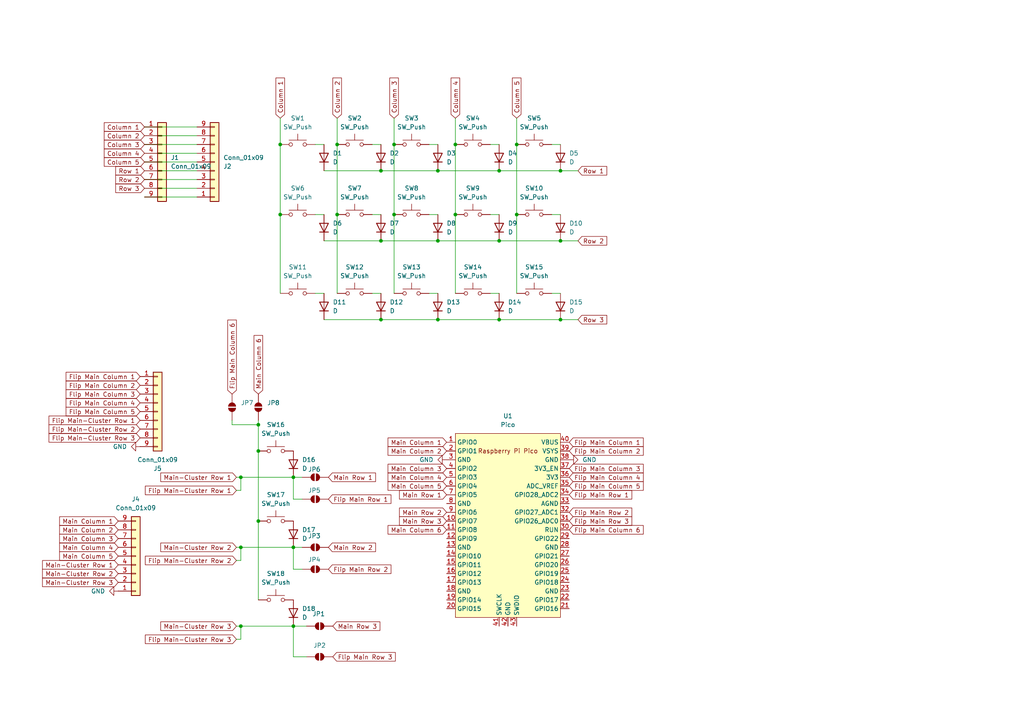
<source format=kicad_sch>
(kicad_sch (version 20231120) (generator "eeschema") (generator_version "8.0")
  (paper "A4")
  (title_block (title "Modulus") (date "2025-03-09") (rev "v1.0"))
  (lib_symbols
    (symbol "Connector_Generic:Conn_01x09" (pin_names (offset 1.016) hide)
      (property "Reference" "J" (at 0 12.7 0))
      (property "Value" "Conn_01x09" (at 0 -12.7 0))
      (symbol "Conn_01x09_1_1"
        (rectangle (start -1.27 -10.033) (end 0 -10.287) (stroke (width 0.1524)))
        (rectangle (start -1.27 -7.493) (end 0 -7.747) (stroke (width 0.1524)))
        (rectangle (start -1.27 -4.953) (end 0 -5.207) (stroke (width 0.1524)))
        (rectangle (start -1.27 -2.413) (end 0 -2.667) (stroke (width 0.1524)))
        (rectangle (start -1.27 0.127) (end 0 -0.127) (stroke (width 0.1524)))
        (rectangle (start -1.27 2.667) (end 0 2.413) (stroke (width 0.1524)))
        (rectangle (start -1.27 5.207) (end 0 4.953) (stroke (width 0.1524)))
        (rectangle (start -1.27 7.747) (end 0 7.493) (stroke (width 0.1524)))
        (rectangle (start -1.27 10.287) (end 0 10.033) (stroke (width 0.1524)))
        (rectangle (start -1.27 11.43) (end 1.27 -11.43) (stroke (width 0.254)) (fill (type background)))
        (pin passive line (at -5.08 10.16 0) (length 3.81) (name "Pin_1") (number "1"))
        (pin passive line (at -5.08 7.62 0) (length 3.81) (name "Pin_2") (number "2"))
        (pin passive line (at -5.08 5.08 0) (length 3.81) (name "Pin_3") (number "3"))
        (pin passive line (at -5.08 2.54 0) (length 3.81) (name "Pin_4") (number "4"))
        (pin passive line (at -5.08 0 0) (length 3.81) (name "Pin_5") (number "5"))
        (pin passive line (at -5.08 -2.54 0) (length 3.81) (name "Pin_6") (number "6"))
        (pin passive line (at -5.08 -5.08 0) (length 3.81) (name "Pin_7") (number "7"))
        (pin passive line (at -5.08 -7.62 0) (length 3.81) (name "Pin_8") (number "8"))
        (pin passive line (at -5.08 -10.16 0) (length 3.81) (name "Pin_9") (number "9"))
      )
    )
    (symbol "Device:D" (pin_numbers hide) (pin_names (offset 1.016) hide)
      (property "Reference" "D" (at 0 2.54 0))
      (property "Value" "D" (at 0 -2.54 0))
      (symbol "D_0_1"
        (polyline (pts (xy -1.27 1.27) (xy -1.27 -1.27)) (stroke (width 0.254)))
        (polyline (pts (xy 1.27 0) (xy -1.27 0)))
        (polyline (pts (xy 1.27 1.27) (xy 1.27 -1.27) (xy -1.27 0) (xy 1.27 1.27)) (stroke (width 0.254)))
      )
      (symbol "D_1_1"
        (pin passive line (at -3.81 0 0) (length 2.54) (name "K") (number "1"))
        (pin passive line (at 3.81 0 180) (length 2.54) (name "A") (number "2"))
      )
    )
    (symbol "Jumper:SolderJumper_2_Open" (pin_numbers hide) (pin_names (offset 0) hide) (exclude_from_sim yes) (in_bom no)
      (property "Reference" "JP" (at 0 2.032 0))
      (property "Value" "SolderJumper_2_Open" (at 0 -2.54 0))
      (symbol "SolderJumper_2_Open_0_1"
        (arc (start -0.254 1.016) (mid -1.2656 0) (end -0.254 -1.016))
        (arc (start -0.254 1.016) (mid -1.2656 0) (end -0.254 -1.016) (fill (type outline)))
        (polyline (pts (xy -0.254 1.016) (xy -0.254 -1.016)))
        (polyline (pts (xy 0.254 1.016) (xy 0.254 -1.016)))
        (arc (start 0.254 -1.016) (mid 1.2656 0) (end 0.254 1.016))
        (arc (start 0.254 -1.016) (mid 1.2656 0) (end 0.254 1.016) (fill (type outline)))
      )
      (symbol "SolderJumper_2_Open_1_1"
        (pin passive line (at -3.81 0 0) (length 2.54) (name "A") (number "1"))
        (pin passive line (at 3.81 0 180) (length 2.54) (name "B") (number "2"))
      )
    )
    (symbol "RaspberryPiPico:Pico"
      (property "Reference" "U" (at -13.97 27.94 0))
      (property "Value" "Pico" (at 0 19.05 0))
      (symbol "Pico_0_0"
        (text "Raspberry Pi Pico" (at 0 21.59 0) (effects (font (size 1.27 1.27))))
      )
      (symbol "Pico_0_1"
        (rectangle (start -15.24 26.67) (end 15.24 -26.67) (fill (type background)))
      )
      (symbol "Pico_1_1"
        (pin bidirectional line (at -17.78 24.13 0) (length 2.54) (name "GPIO0") (number "1"))
        (pin bidirectional line (at -17.78 1.27 0) (length 2.54) (name "GPIO7") (number "10"))
        (pin bidirectional line (at -17.78 -1.27 0) (length 2.54) (name "GPIO8") (number "11"))
        (pin bidirectional line (at -17.78 -3.81 0) (length 2.54) (name "GPIO9") (number "12"))
        (pin power_in line (at -17.78 -6.35 0) (length 2.54) (name "GND") (number "13"))
        (pin bidirectional line (at -17.78 -8.89 0) (length 2.54) (name "GPIO10") (number "14"))
        (pin bidirectional line (at -17.78 -11.43 0) (length 2.54) (name "GPIO11") (number "15"))
        (pin bidirectional line (at -17.78 -13.97 0) (length 2.54) (name "GPIO12") (number "16"))
        (pin bidirectional line (at -17.78 -16.51 0) (length 2.54) (name "GPIO13") (number "17"))
        (pin power_in line (at -17.78 -19.05 0) (length 2.54) (name "GND") (number "18"))
        (pin bidirectional line (at -17.78 -21.59 0) (length 2.54) (name "GPIO14") (number "19"))
        (pin bidirectional line (at -17.78 21.59 0) (length 2.54) (name "GPIO1") (number "2"))
        (pin bidirectional line (at -17.78 -24.13 0) (length 2.54) (name "GPIO15") (number "20"))
        (pin bidirectional line (at 17.78 -24.13 180) (length 2.54) (name "GPIO16") (number "21"))
        (pin bidirectional line (at 17.78 -21.59 180) (length 2.54) (name "GPIO17") (number "22"))
        (pin power_in line (at 17.78 -19.05 180) (length 2.54) (name "GND") (number "23"))
        (pin bidirectional line (at 17.78 -16.51 180) (length 2.54) (name "GPIO18") (number "24"))
        (pin bidirectional line (at 17.78 -13.97 180) (length 2.54) (name "GPIO19") (number "25"))
        (pin bidirectional line (at 17.78 -11.43 180) (length 2.54) (name "GPIO20") (number "26"))
        (pin bidirectional line (at 17.78 -8.89 180) (length 2.54) (name "GPIO21") (number "27"))
        (pin power_in line (at 17.78 -6.35 180) (length 2.54) (name "GND") (number "28"))
        (pin bidirectional line (at 17.78 -3.81 180) (length 2.54) (name "GPIO22") (number "29"))
        (pin power_in line (at -17.78 19.05 0) (length 2.54) (name "GND") (number "3"))
        (pin input line (at 17.78 -1.27 180) (length 2.54) (name "RUN") (number "30"))
        (pin bidirectional line (at 17.78 1.27 180) (length 2.54) (name "GPIO26_ADC0") (number "31"))
        (pin bidirectional line (at 17.78 3.81 180) (length 2.54) (name "GPIO27_ADC1") (number "32"))
        (pin power_in line (at 17.78 6.35 180) (length 2.54) (name "AGND") (number "33"))
        (pin bidirectional line (at 17.78 8.89 180) (length 2.54) (name "GPIO28_ADC2") (number "34"))
        (pin power_in line (at 17.78 11.43 180) (length 2.54) (name "ADC_VREF") (number "35"))
        (pin power_in line (at 17.78 13.97 180) (length 2.54) (name "3V3") (number "36"))
        (pin input line (at 17.78 16.51 180) (length 2.54) (name "3V3_EN") (number "37"))
        (pin bidirectional line (at 17.78 19.05 180) (length 2.54) (name "GND") (number "38"))
        (pin power_in line (at 17.78 21.59 180) (length 2.54) (name "VSYS") (number "39"))
        (pin bidirectional line (at -17.78 16.51 0) (length 2.54) (name "GPIO2") (number "4"))
        (pin power_in line (at 17.78 24.13 180) (length 2.54) (name "VBUS") (number "40"))
        (pin input line (at -2.54 -29.21 90) (length 2.54) (name "SWCLK") (number "41"))
        (pin power_in line (at 0 -29.21 90) (length 2.54) (name "GND") (number "42"))
        (pin bidirectional line (at 2.54 -29.21 90) (length 2.54) (name "SWDIO") (number "43"))
        (pin bidirectional line (at -17.78 13.97 0) (length 2.54) (name "GPIO3") (number "5"))
        (pin bidirectional line (at -17.78 11.43 0) (length 2.54) (name "GPIO4") (number "6"))
        (pin bidirectional line (at -17.78 8.89 0) (length 2.54) (name "GPIO5") (number "7"))
        (pin power_in line (at -17.78 6.35 0) (length 2.54) (name "GND") (number "8"))
        (pin bidirectional line (at -17.78 3.81 0) (length 2.54) (name "GPIO6") (number "9"))
      )
    )
    (symbol "Switch:SW_Push" (pin_numbers hide) (pin_names (offset 1.016) hide)
      (property "Reference" "SW" (at 1.27 2.54 0))
      (property "Value" "SW_Push" (at 0 -1.524 0))
      (symbol "SW_Push_0_1"
        (circle (center -2.032 0) (radius 0.508))
        (polyline (pts (xy 0 1.27) (xy 0 3.048)))
        (polyline (pts (xy 2.54 1.27) (xy -2.54 1.27)))
        (circle (center 2.032 0) (radius 0.508))
        (pin passive line (at -5.08 0 0) (length 2.54) (name "1") (number "1"))
        (pin passive line (at 5.08 0 180) (length 2.54) (name "2") (number "2"))
      )
    )
    (symbol "power:GND" (power) (pin_numbers hide) (pin_names (offset 0) hide)
      (property "Value" "GND" (at 0 -3.81 0))
      (symbol "GND_0_1"
        (polyline (pts (xy 0 0) (xy 0 -1.27) (xy 1.27 -1.27) (xy 0 -2.54) (xy -1.27 -1.27) (xy 0 -1.27)))
      )
      (symbol "GND_1_1"
        (pin power_in line (at 0 0 270) (length 0) (name "~") (number "1"))
      )
    )
  )
  (junction (at 97.79 41.91))
  (junction (at 110.49 69.85))
  (junction (at 149.86 41.91))
  (junction (at 162.56 49.53))
  (junction (at 81.28 62.23))
  (junction (at 110.49 49.53))
  (junction (at 69.85 181.61))
  (junction (at 132.08 62.23))
  (junction (at 114.3 62.23))
  (junction (at 132.08 41.91))
  (junction (at 69.85 138.43))
  (junction (at 144.78 92.71))
  (junction (at 127 49.53))
  (junction (at 114.3 41.91))
  (junction (at 85.09 181.61))
  (junction (at 127 69.85))
  (junction (at 162.56 69.85))
  (junction (at 110.49 92.71))
  (junction (at 85.09 158.75))
  (junction (at 74.93 130.81))
  (junction (at 81.28 41.91))
  (junction (at 74.93 151.13))
  (junction (at 74.93 123.19))
  (junction (at 162.56 92.71))
  (junction (at 144.78 69.85))
  (junction (at 144.78 49.53))
  (junction (at 127 92.71))
  (junction (at 149.86 62.23))
  (junction (at 69.85 158.75))
  (junction (at 85.09 138.43))
  (junction (at 97.79 62.23))
  (wire (pts (xy 144.78 92.71) (xy 162.56 92.71)))
  (wire (pts (xy 160.02 85.09) (xy 162.56 85.09)))
  (wire (pts (xy 149.86 41.91) (xy 149.86 62.23)))
  (wire (pts (xy 97.79 62.23) (xy 97.79 85.09)))
  (wire (pts (xy 85.09 144.78) (xy 87.63 144.78)))
  (wire (pts (xy 85.09 181.61) (xy 88.9 181.61)))
  (wire (pts (xy 93.98 69.85) (xy 110.49 69.85)))
  (wire (pts (xy 124.46 41.91) (xy 127 41.91)))
  (wire (pts (xy 69.85 158.75) (xy 85.09 158.75)))
  (wire (pts (xy 110.49 69.85) (xy 127 69.85)))
  (wire (pts (xy 85.09 165.1) (xy 87.63 165.1)))
  (wire (pts (xy 97.79 34.29) (xy 97.79 41.91)))
  (wire (pts (xy 67.31 121.92) (xy 67.31 123.19)))
  (wire (pts (xy 69.85 138.43) (xy 85.09 138.43)))
  (wire (pts (xy 124.46 62.23) (xy 127 62.23)))
  (wire (pts (xy 114.3 62.23) (xy 114.3 85.09)))
  (wire (pts (xy 142.24 62.23) (xy 144.78 62.23)))
  (wire (pts (xy 85.09 181.61) (xy 85.09 190.5)))
  (wire (pts (xy 127 92.71) (xy 144.78 92.71)))
  (wire (pts (xy 149.86 62.23) (xy 149.86 85.09)))
  (wire (pts (xy 114.3 34.29) (xy 114.3 41.91)))
  (wire (pts (xy 107.95 62.23) (xy 110.49 62.23)))
  (wire (pts (xy 107.95 85.09) (xy 110.49 85.09)))
  (wire (pts (xy 110.49 92.71) (xy 127 92.71)))
  (wire (pts (xy 160.02 62.23) (xy 162.56 62.23)))
  (wire (pts (xy 41.91 52.07) (xy 57.15 52.07)))
  (wire (pts (xy 107.95 41.91) (xy 110.49 41.91)))
  (wire (pts (xy 81.28 62.23) (xy 81.28 85.09)))
  (wire (pts (xy 85.09 190.5) (xy 88.9 190.5)))
  (wire (pts (xy 74.93 130.81) (xy 74.93 151.13)))
  (wire (pts (xy 160.02 41.91) (xy 162.56 41.91)))
  (wire (pts (xy 114.3 41.91) (xy 114.3 62.23)))
  (wire (pts (xy 132.08 62.23) (xy 132.08 85.09)))
  (wire (pts (xy 162.56 92.71) (xy 167.64 92.71)))
  (wire (pts (xy 144.78 69.85) (xy 162.56 69.85)))
  (wire (pts (xy 132.08 34.29) (xy 132.08 41.91)))
  (wire (pts (xy 127 49.53) (xy 144.78 49.53)))
  (wire (pts (xy 41.91 49.53) (xy 57.15 49.53)))
  (wire (pts (xy 74.93 151.13) (xy 74.93 173.99)))
  (wire (pts (xy 93.98 92.71) (xy 110.49 92.71)))
  (wire (pts (xy 41.91 36.83) (xy 57.15 36.83)))
  (wire (pts (xy 149.86 34.29) (xy 149.86 41.91)))
  (wire (pts (xy 41.91 54.61) (xy 57.15 54.61)))
  (wire (pts (xy 68.58 158.75) (xy 69.85 158.75)))
  (wire (pts (xy 74.93 123.19) (xy 74.93 130.81)))
  (wire (pts (xy 41.91 39.37) (xy 57.15 39.37)))
  (wire (pts (xy 68.58 138.43) (xy 69.85 138.43)))
  (wire (pts (xy 85.09 138.43) (xy 85.09 144.78)))
  (wire (pts (xy 81.28 34.29) (xy 81.28 41.91)))
  (wire (pts (xy 124.46 85.09) (xy 127 85.09)))
  (wire (pts (xy 142.24 41.91) (xy 144.78 41.91)))
  (wire (pts (xy 85.09 138.43) (xy 87.63 138.43)))
  (wire (pts (xy 132.08 41.91) (xy 132.08 62.23)))
  (wire (pts (xy 68.58 181.61) (xy 69.85 181.61)))
  (wire (pts (xy 93.98 49.53) (xy 110.49 49.53)))
  (wire (pts (xy 69.85 181.61) (xy 85.09 181.61)))
  (wire (pts (xy 91.44 41.91) (xy 93.98 41.91)))
  (wire (pts (xy 162.56 69.85) (xy 167.64 69.85)))
  (wire (pts (xy 68.58 142.24) (xy 69.85 142.24)))
  (wire (pts (xy 85.09 158.75) (xy 85.09 165.1)))
  (wire (pts (xy 127 69.85) (xy 144.78 69.85)))
  (wire (pts (xy 81.28 41.91) (xy 81.28 62.23)))
  (wire (pts (xy 142.24 85.09) (xy 144.78 85.09)))
  (wire (pts (xy 41.91 46.99) (xy 57.15 46.99)))
  (wire (pts (xy 74.93 121.92) (xy 74.93 123.19)))
  (wire (pts (xy 69.85 185.42) (xy 68.58 185.42)))
  (wire (pts (xy 41.91 57.15) (xy 57.15 57.15)))
  (wire (pts (xy 144.78 49.53) (xy 162.56 49.53)))
  (wire (pts (xy 110.49 49.53) (xy 127 49.53)))
  (wire (pts (xy 97.79 41.91) (xy 97.79 62.23)))
  (wire (pts (xy 69.85 138.43) (xy 69.85 142.24)))
  (wire (pts (xy 69.85 181.61) (xy 69.85 185.42)))
  (wire (pts (xy 41.91 41.91) (xy 57.15 41.91)))
  (wire (pts (xy 67.31 123.19) (xy 74.93 123.19)))
  (wire (pts (xy 85.09 158.75) (xy 87.63 158.75)))
  (wire (pts (xy 68.58 162.56) (xy 69.85 162.56)))
  (wire (pts (xy 69.85 158.75) (xy 69.85 162.56)))
  (wire (pts (xy 91.44 62.23) (xy 93.98 62.23)))
  (wire (pts (xy 162.56 49.53) (xy 167.64 49.53)))
  (wire (pts (xy 41.91 44.45) (xy 57.15 44.45)))
  (wire (pts (xy 91.44 85.09) (xy 93.98 85.09)))
  (global_label "Row 2" (shape input) (at 167.64 69.85 0) (property "Intersheetrefs" "${INTERSHEET_REFS}" (effects (hide yes))))
  (global_label "Flip Main Column 4" (shape input) (at 40.64 116.84 180) (property "Intersheetrefs" "${INTERSHEET_REFS}" (effects (hide yes))))
  (global_label "Main-Cluster Row 2" (shape input) (at 34.29 166.37 180) (property "Intersheetrefs" "${INTERSHEET_REFS}" (effects (hide yes))))
  (global_label "Main Column 4" (shape input) (at 34.29 158.75 180) (property "Intersheetrefs" "${INTERSHEET_REFS}" (effects (hide yes))))
  (global_label "Flip Main Column 3" (shape input) (at 165.1 135.89 0) (property "Intersheetrefs" "${INTERSHEET_REFS}" (effects (hide yes))))
  (global_label "Row 2" (shape input) (at 41.91 52.07 180) (property "Intersheetrefs" "${INTERSHEET_REFS}" (effects (hide yes))))
  (global_label "Flip Main Row 3" (shape input) (at 96.52 190.5 0) (property "Intersheetrefs" "${INTERSHEET_REFS}" (effects (hide yes))))
  (global_label "Main Row 2" (shape input) (at 95.25 158.75 0) (property "Intersheetrefs" "${INTERSHEET_REFS}" (effects (hide yes))))
  (global_label "Flip Main Column 5" (shape input) (at 40.64 119.38 180) (property "Intersheetrefs" "${INTERSHEET_REFS}" (effects (hide yes))))
  (global_label "Flip Main-Cluster Row 2" (shape input) (at 68.58 162.56 180) (property "Intersheetrefs" "${INTERSHEET_REFS}" (effects (hide yes))))
  (global_label "Flip Main Column 6" (shape input) (at 67.31 114.3 90) (property "Intersheetrefs" "${INTERSHEET_REFS}" (effects (hide yes))))
  (global_label "Flip Main Column 5" (shape input) (at 165.1 140.97 0) (property "Intersheetrefs" "${INTERSHEET_REFS}" (effects (hide yes))))
  (global_label "Main Column 6" (shape input) (at 129.54 153.67 180) (property "Intersheetrefs" "${INTERSHEET_REFS}" (effects (hide yes))))
  (global_label "Flip Main Row 3" (shape input) (at 165.1 151.13 0) (property "Intersheetrefs" "${INTERSHEET_REFS}" (effects (hide yes))))
  (global_label "Main Column 5" (shape input) (at 129.54 140.97 180) (property "Intersheetrefs" "${INTERSHEET_REFS}" (effects (hide yes))))
  (global_label "Main Column 2" (shape input) (at 34.29 153.67 180) (property "Intersheetrefs" "${INTERSHEET_REFS}" (effects (hide yes))))
  (global_label "Column 1" (shape input) (at 41.91 36.83 180) (property "Intersheetrefs" "${INTERSHEET_REFS}" (effects (hide yes))))
  (global_label "Row 1" (shape input) (at 167.64 49.53 0) (property "Intersheetrefs" "${INTERSHEET_REFS}" (effects (hide yes))))
  (global_label "Main Column 1" (shape input) (at 34.29 151.13 180) (property "Intersheetrefs" "${INTERSHEET_REFS}" (effects (hide yes))))
  (global_label "Main-Cluster Row 1" (shape input) (at 68.58 138.43 180) (property "Intersheetrefs" "${INTERSHEET_REFS}" (effects (hide yes))))
  (global_label "Column 5" (shape input) (at 149.86 34.29 90) (property "Intersheetrefs" "${INTERSHEET_REFS}" (effects (hide yes))))
  (global_label "Main Row 1" (shape input) (at 129.54 143.51 180) (property "Intersheetrefs" "${INTERSHEET_REFS}" (effects (hide yes))))
  (global_label "Column 4" (shape input) (at 132.08 34.29 90) (property "Intersheetrefs" "${INTERSHEET_REFS}" (effects (hide yes))))
  (global_label "Flip Main Column 6" (shape input) (at 165.1 153.67 0) (property "Intersheetrefs" "${INTERSHEET_REFS}" (effects (hide yes))))
  (global_label "Flip Main Row 2" (shape input) (at 165.1 148.59 0) (property "Intersheetrefs" "${INTERSHEET_REFS}" (effects (hide yes))))
  (global_label "Flip Main Column 2" (shape input) (at 165.1 130.81 0) (property "Intersheetrefs" "${INTERSHEET_REFS}" (effects (hide yes))))
  (global_label "Row 3" (shape input) (at 41.91 54.61 180) (property "Intersheetrefs" "${INTERSHEET_REFS}" (effects (hide yes))))
  (global_label "Main Column 5" (shape input) (at 34.29 161.29 180) (property "Intersheetrefs" "${INTERSHEET_REFS}" (effects (hide yes))))
  (global_label "Column 5" (shape input) (at 41.91 46.99 180) (property "Intersheetrefs" "${INTERSHEET_REFS}" (effects (hide yes))))
  (global_label "Main Column 3" (shape input) (at 34.29 156.21 180) (property "Intersheetrefs" "${INTERSHEET_REFS}" (effects (hide yes))))
  (global_label "Flip Main Column 3" (shape input) (at 40.64 114.3 180) (property "Intersheetrefs" "${INTERSHEET_REFS}" (effects (hide yes))))
  (global_label "Main Column 6" (shape input) (at 74.93 114.3 90) (property "Intersheetrefs" "${INTERSHEET_REFS}" (effects (hide yes))))
  (global_label "Flip Main-Cluster Row 1" (shape input) (at 68.58 142.24 180) (property "Intersheetrefs" "${INTERSHEET_REFS}" (effects (hide yes))))
  (global_label "Flip Main Row 2" (shape input) (at 95.25 165.1 0) (property "Intersheetrefs" "${INTERSHEET_REFS}" (effects (hide yes))))
  (global_label "Flip Main Column 1" (shape input) (at 40.64 109.22 180) (property "Intersheetrefs" "${INTERSHEET_REFS}" (effects (hide yes))))
  (global_label "Main Column 1" (shape input) (at 129.54 128.27 180) (property "Intersheetrefs" "${INTERSHEET_REFS}" (effects (hide yes))))
  (global_label "Column 1" (shape input) (at 81.28 34.29 90) (property "Intersheetrefs" "${INTERSHEET_REFS}" (effects (hide yes))))
  (global_label "Row 3" (shape input) (at 167.64 92.71 0) (property "Intersheetrefs" "${INTERSHEET_REFS}" (effects (hide yes))))
  (global_label "Main Column 3" (shape input) (at 129.54 135.89 180) (property "Intersheetrefs" "${INTERSHEET_REFS}" (effects (hide yes))))
  (global_label "Main Row 2" (shape input) (at 129.54 148.59 180) (property "Intersheetrefs" "${INTERSHEET_REFS}" (effects (hide yes))))
  (global_label "Main Row 1" (shape input) (at 95.25 138.43 0) (property "Intersheetrefs" "${INTERSHEET_REFS}" (effects (hide yes))))
  (global_label "Main Column 2" (shape input) (at 129.54 130.81 180) (property "Intersheetrefs" "${INTERSHEET_REFS}" (effects (hide yes))))
  (global_label "Column 3" (shape input) (at 41.91 41.91 180) (property "Intersheetrefs" "${INTERSHEET_REFS}" (effects (hide yes))))
  (global_label "Flip Main-Cluster Row 3" (shape input) (at 68.58 185.42 180) (property "Intersheetrefs" "${INTERSHEET_REFS}" (effects (hide yes))))
  (global_label "Main-Cluster Row 3" (shape input) (at 68.58 181.61 180) (property "Intersheetrefs" "${INTERSHEET_REFS}" (effects (hide yes))))
  (global_label "Flip Main Row 1" (shape input) (at 165.1 143.51 0) (property "Intersheetrefs" "${INTERSHEET_REFS}" (effects (hide yes))))
  (global_label "Column 4" (shape input) (at 41.91 44.45 180) (property "Intersheetrefs" "${INTERSHEET_REFS}" (effects (hide yes))))
  (global_label "Main-Cluster Row 3" (shape input) (at 34.29 168.91 180) (property "Intersheetrefs" "${INTERSHEET_REFS}" (effects (hide yes))))
  (global_label "Flip Main Column 2" (shape input) (at 40.64 111.76 180) (property "Intersheetrefs" "${INTERSHEET_REFS}" (effects (hide yes))))
  (global_label "Flip Main-Cluster Row 3" (shape input) (at 40.64 127 180) (property "Intersheetrefs" "${INTERSHEET_REFS}" (effects (hide yes))))
  (global_label "Main Row 3" (shape input) (at 129.54 151.13 180) (property "Intersheetrefs" "${INTERSHEET_REFS}" (effects (hide yes))))
  (global_label "Column 2" (shape input) (at 41.91 39.37 180) (property "Intersheetrefs" "${INTERSHEET_REFS}" (effects (hide yes))))
  (global_label "Flip Main-Cluster Row 2" (shape input) (at 40.64 124.46 180) (property "Intersheetrefs" "${INTERSHEET_REFS}" (effects (hide yes))))
  (global_label "Flip Main Column 1" (shape input) (at 165.1 128.27 0) (property "Intersheetrefs" "${INTERSHEET_REFS}" (effects (hide yes))))
  (global_label "Main Column 4" (shape input) (at 129.54 138.43 180) (property "Intersheetrefs" "${INTERSHEET_REFS}" (effects (hide yes))))
  (global_label "Column 3" (shape input) (at 114.3 34.29 90) (property "Intersheetrefs" "${INTERSHEET_REFS}" (effects (hide yes))))
  (global_label "Flip Main Column 4" (shape input) (at 165.1 138.43 0) (property "Intersheetrefs" "${INTERSHEET_REFS}" (effects (hide yes))))
  (global_label "Main-Cluster Row 1" (shape input) (at 34.29 163.83 180) (property "Intersheetrefs" "${INTERSHEET_REFS}" (effects (hide yes))))
  (global_label "Main-Cluster Row 2" (shape input) (at 68.58 158.75 180) (property "Intersheetrefs" "${INTERSHEET_REFS}" (effects (hide yes))))
  (global_label "Flip Main Row 1" (shape input) (at 95.25 144.78 0) (property "Intersheetrefs" "${INTERSHEET_REFS}" (effects (hide yes))))
  (global_label "Main Row 3" (shape input) (at 96.52 181.61 0) (property "Intersheetrefs" "${INTERSHEET_REFS}" (effects (hide yes))))
  (global_label "Column 2" (shape input) (at 97.79 34.29 90) (property "Intersheetrefs" "${INTERSHEET_REFS}" (effects (hide yes))))
  (global_label "Row 1" (shape input) (at 41.91 49.53 180) (property "Intersheetrefs" "${INTERSHEET_REFS}" (effects (hide yes))))
  (global_label "Flip Main-Cluster Row 1" (shape input) (at 40.64 121.92 180) (property "Intersheetrefs" "${INTERSHEET_REFS}" (effects (hide yes))))
  (symbol (lib_id "Switch:SW_Push") (at 137.16 41.91 0) (unit 1)
    (property "Reference" "SW4" (at 137.16 34.29 0))
    (property "Value" "SW_Push" (at 137.16 36.83 0))
    (property "Footprint" "Reversible:Kailh_socket_MX_reversible" (effects (hide yes)))
    (property "Description" "Push button switch, generic, two pins" (effects (hide yes)))
  )
  (symbol (lib_id "Device:D") (at 110.49 88.9 90) (unit 1)
    (property "Reference" "D12" (at 113.03 87.6299 90) (effects (justify right)))
    (property "Value" "D" (at 113.03 90.1699 90) (effects (justify right)))
    (property "Footprint" "Reversible2:D3_SMD" (effects (hide yes)))
    (property "Description" "Diode" (effects (hide yes)))
    (property "Sim.Device" "D" (effects (hide yes)))
    (property "Sim.Pins" "1=K 2=A" (effects (hide yes)))
  )
  (symbol (lib_id "Jumper:SolderJumper_2_Open") (at 67.31 118.11 90) (unit 1) (exclude_from_sim yes) (in_bom no)
    (property "Reference" "JP7" (at 69.85 116.8399 90) (effects (justify right)))
    (property "Value" "SolderJumper_2_Open" (effects (hide yes)))
    (property "Footprint" "Jumper:SolderJumper-2_P1.3mm_Open_TrianglePad1.0x1.5mm" (effects (hide yes)))
    (property "Description" "Solder Jumper, 2-pole, open" (effects (hide yes)))
  )
  (symbol (lib_id "Switch:SW_Push") (at 154.94 85.09 0) (unit 1)
    (property "Reference" "SW15" (at 154.94 77.47 0))
    (property "Value" "SW_Push" (at 154.94 80.01 0))
    (property "Footprint" "Reversible:Kailh_socket_MX_reversible" (effects (hide yes)))
    (property "Description" "Push button switch, generic, two pins" (effects (hide yes)))
  )
  (symbol (lib_id "Switch:SW_Push") (at 86.36 62.23 0) (unit 1)
    (property "Reference" "SW6" (at 86.36 54.61 0))
    (property "Value" "SW_Push" (at 86.36 57.15 0))
    (property "Footprint" "Reversible:Kailh_socket_MX_reversible" (effects (hide yes)))
    (property "Description" "Push button switch, generic, two pins" (effects (hide yes)))
  )
  (symbol (lib_id "Device:D") (at 85.09 177.8 90) (unit 1)
    (property "Reference" "D18" (at 87.63 176.5299 90) (effects (justify right)))
    (property "Value" "D" (at 87.63 179.0699 90) (effects (justify right)))
    (property "Footprint" "Reversible2:D3_SMD" (effects (hide yes)))
    (property "Description" "Diode" (effects (hide yes)))
    (property "Sim.Device" "D" (effects (hide yes)))
    (property "Sim.Pins" "1=K 2=A" (effects (hide yes)))
  )
  (symbol (lib_id "Switch:SW_Push") (at 154.94 62.23 0) (unit 1)
    (property "Reference" "SW10" (at 154.94 54.61 0))
    (property "Value" "SW_Push" (at 154.94 57.15 0))
    (property "Footprint" "Reversible:Kailh_socket_MX_reversible" (effects (hide yes)))
    (property "Description" "Push button switch, generic, two pins" (effects (hide yes)))
  )
  (symbol (lib_id "Connector_Generic:Conn_01x09") (at 62.23 46.99 0) (mirror x) (unit 1)
    (property "Reference" "J2" (at 64.77 48.2601 0) (effects (justify left)))
    (property "Value" "Conn_01x09" (at 64.77 45.7201 0) (effects (justify left)))
    (property "Footprint" "Connector_FFC-FPC:Molex_200528-0090_1x09-1MP_P1.00mm_Horizontal" (effects (hide yes)))
    (property "Description" "Generic connector, single row, 01x09, script generated (kicad-library-utils/schlib/autogen/connector/)" (effects (hide yes)))
  )
  (symbol (lib_id "Device:D") (at 93.98 45.72 90) (unit 1)
    (property "Reference" "D1" (at 96.52 44.4499 90) (effects (justify right)))
    (property "Value" "D" (at 96.52 46.9899 90) (effects (justify right)))
    (property "Footprint" "Reversible2:D3_SMD" (effects (hide yes)))
    (property "Description" "Diode" (effects (hide yes)))
    (property "Sim.Device" "D" (effects (hide yes)))
    (property "Sim.Pins" "1=K 2=A" (effects (hide yes)))
  )
  (symbol (lib_id "Jumper:SolderJumper_2_Open") (at 92.71 190.5 0) (unit 1) (exclude_from_sim yes) (in_bom no)
    (property "Reference" "JP2" (at 92.71 187.198 0))
    (property "Value" "SolderJumper_2_Open" (effects (hide yes)))
    (property "Footprint" "Jumper:SolderJumper-2_P1.3mm_Open_TrianglePad1.0x1.5mm" (effects (hide yes)))
    (property "Description" "Solder Jumper, 2-pole, open" (effects (hide yes)))
  )
  (symbol (lib_id "Switch:SW_Push") (at 137.16 85.09 0) (unit 1)
    (property "Reference" "SW14" (at 137.16 77.47 0))
    (property "Value" "SW_Push" (at 137.16 80.01 0))
    (property "Footprint" "Reversible:Kailh_socket_MX_reversible" (effects (hide yes)))
    (property "Description" "Push button switch, generic, two pins" (effects (hide yes)))
  )
  (symbol (lib_id "Device:D") (at 144.78 45.72 90) (unit 1)
    (property "Reference" "D4" (at 147.32 44.4499 90) (effects (justify right)))
    (property "Value" "D" (at 147.32 46.9899 90) (effects (justify right)))
    (property "Footprint" "Reversible2:D3_SMD" (effects (hide yes)))
    (property "Description" "Diode" (effects (hide yes)))
    (property "Sim.Device" "D" (effects (hide yes)))
    (property "Sim.Pins" "1=K 2=A" (effects (hide yes)))
  )
  (symbol (lib_id "Device:D") (at 162.56 45.72 90) (unit 1)
    (property "Reference" "D5" (at 165.1 44.4499 90) (effects (justify right)))
    (property "Value" "D" (at 165.1 46.9899 90) (effects (justify right)))
    (property "Footprint" "Reversible2:D3_SMD" (effects (hide yes)))
    (property "Description" "Diode" (effects (hide yes)))
    (property "Sim.Device" "D" (effects (hide yes)))
    (property "Sim.Pins" "1=K 2=A" (effects (hide yes)))
  )
  (symbol (lib_id "Switch:SW_Push") (at 86.36 85.09 0) (unit 1)
    (property "Reference" "SW11" (at 86.36 77.47 0))
    (property "Value" "SW_Push" (at 86.36 80.01 0))
    (property "Footprint" "Reversible:Kailh_socket_MX_reversible" (effects (hide yes)))
    (property "Description" "Push button switch, generic, two pins" (effects (hide yes)))
  )
  (symbol (lib_id "Jumper:SolderJumper_2_Open") (at 74.93 118.11 90) (unit 1) (exclude_from_sim yes) (in_bom no)
    (property "Reference" "JP8" (at 77.47 116.8399 90) (effects (justify right)))
    (property "Value" "SolderJumper_2_Open" (effects (hide yes)))
    (property "Footprint" "Jumper:SolderJumper-2_P1.3mm_Open_TrianglePad1.0x1.5mm" (effects (hide yes)))
    (property "Description" "Solder Jumper, 2-pole, open" (effects (hide yes)))
  )
  (symbol (lib_id "RaspberryPiPico:Pico") (at 147.32 152.4 0) (unit 1)
    (property "Reference" "U1" (at 147.32 120.65 0))
    (property "Value" "Pico" (at 147.32 123.19 0))
    (property "Footprint" "RaspberryPiPico:RPi_Pico_SMD_TH" (effects (hide yes)))
  )
  (symbol (lib_id "Device:D") (at 162.56 88.9 90) (unit 1)
    (property "Reference" "D15" (at 165.1 87.6299 90) (effects (justify right)))
    (property "Value" "D" (at 165.1 90.1699 90) (effects (justify right)))
    (property "Footprint" "Reversible2:D3_SMD" (effects (hide yes)))
    (property "Description" "Diode" (effects (hide yes)))
    (property "Sim.Device" "D" (effects (hide yes)))
    (property "Sim.Pins" "1=K 2=A" (effects (hide yes)))
  )
  (symbol (lib_id "Device:D") (at 127 66.04 90) (unit 1)
    (property "Reference" "D8" (at 129.54 64.7699 90) (effects (justify right)))
    (property "Value" "D" (at 129.54 67.3099 90) (effects (justify right)))
    (property "Footprint" "Reversible2:D3_SMD" (effects (hide yes)))
    (property "Description" "Diode" (effects (hide yes)))
    (property "Sim.Device" "D" (effects (hide yes)))
    (property "Sim.Pins" "1=K 2=A" (effects (hide yes)))
  )
  (symbol (lib_id "Switch:SW_Push") (at 154.94 41.91 0) (unit 1)
    (property "Reference" "SW5" (at 154.94 34.29 0))
    (property "Value" "SW_Push" (at 154.94 36.83 0))
    (property "Footprint" "Reversible:Kailh_socket_MX_reversible" (effects (hide yes)))
    (property "Description" "Push button switch, generic, two pins" (effects (hide yes)))
  )
  (symbol (lib_id "Switch:SW_Push") (at 119.38 85.09 0) (unit 1)
    (property "Reference" "SW13" (at 119.38 77.47 0))
    (property "Value" "SW_Push" (at 119.38 80.01 0))
    (property "Footprint" "Reversible:Kailh_socket_MX_reversible" (effects (hide yes)))
    (property "Description" "Push button switch, generic, two pins" (effects (hide yes)))
  )
  (symbol (lib_id "Switch:SW_Push") (at 102.87 62.23 0) (unit 1)
    (property "Reference" "SW7" (at 102.87 54.61 0))
    (property "Value" "SW_Push" (at 102.87 57.15 0))
    (property "Footprint" "Reversible:Kailh_socket_MX_reversible" (effects (hide yes)))
    (property "Description" "Push button switch, generic, two pins" (effects (hide yes)))
  )
  (symbol (lib_id "Device:D") (at 144.78 88.9 90) (unit 1)
    (property "Reference" "D14" (at 147.32 87.6299 90) (effects (justify right)))
    (property "Value" "D" (at 147.32 90.1699 90) (effects (justify right)))
    (property "Footprint" "Reversible2:D3_SMD" (effects (hide yes)))
    (property "Description" "Diode" (effects (hide yes)))
    (property "Sim.Device" "D" (effects (hide yes)))
    (property "Sim.Pins" "1=K 2=A" (effects (hide yes)))
  )
  (symbol (lib_id "Switch:SW_Push") (at 86.36 41.91 0) (unit 1)
    (property "Reference" "SW1" (at 86.36 34.29 0))
    (property "Value" "SW_Push" (at 86.36 36.83 0))
    (property "Footprint" "Reversible:Kailh_socket_MX_reversible" (effects (hide yes)))
    (property "Description" "Push button switch, generic, two pins" (effects (hide yes)))
  )
  (symbol (lib_id "Device:D") (at 93.98 88.9 90) (unit 1)
    (property "Reference" "D11" (at 96.52 87.6299 90) (effects (justify right)))
    (property "Value" "D" (at 96.52 90.1699 90) (effects (justify right)))
    (property "Footprint" "Reversible2:D3_SMD" (effects (hide yes)))
    (property "Description" "Diode" (effects (hide yes)))
    (property "Sim.Device" "D" (effects (hide yes)))
    (property "Sim.Pins" "1=K 2=A" (effects (hide yes)))
  )
  (symbol (lib_id "Device:D") (at 144.78 66.04 90) (unit 1)
    (property "Reference" "D9" (at 147.32 64.7699 90) (effects (justify right)))
    (property "Value" "D" (at 147.32 67.3099 90) (effects (justify right)))
    (property "Footprint" "Reversible2:D3_SMD" (effects (hide yes)))
    (property "Description" "Diode" (effects (hide yes)))
    (property "Sim.Device" "D" (effects (hide yes)))
    (property "Sim.Pins" "1=K 2=A" (effects (hide yes)))
  )
  (symbol (lib_id "Device:D") (at 127 88.9 90) (unit 1)
    (property "Reference" "D13" (at 129.54 87.6299 90) (effects (justify right)))
    (property "Value" "D" (at 129.54 90.1699 90) (effects (justify right)))
    (property "Footprint" "Reversible2:D3_SMD" (effects (hide yes)))
    (property "Description" "Diode" (effects (hide yes)))
    (property "Sim.Device" "D" (effects (hide yes)))
    (property "Sim.Pins" "1=K 2=A" (effects (hide yes)))
  )
  (symbol (lib_id "Switch:SW_Push") (at 80.01 173.99 0) (unit 1)
    (property "Reference" "SW18" (at 80.01 166.37 0))
    (property "Value" "SW_Push" (at 80.01 168.91 0))
    (property "Footprint" "Reversible:Kailh_socket_MX_reversible" (effects (hide yes)))
    (property "Description" "Push button switch, generic, two pins" (effects (hide yes)))
  )
  (symbol (lib_id "Connector_Generic:Conn_01x09") (at 39.37 161.29 0) (mirror x) (unit 1)
    (property "Reference" "J4" (at 39.37 144.78 0))
    (property "Value" "Conn_01x09" (at 39.37 147.32 0))
    (property "Footprint" "Connector_FFC-FPC:Molex_200528-0090_1x09-1MP_P1.00mm_Horizontal" (effects (hide yes)))
    (property "Description" "Generic connector, single row, 01x09, script generated (kicad-library-utils/schlib/autogen/connector/)" (effects (hide yes)))
  )
  (symbol (lib_id "Switch:SW_Push") (at 119.38 62.23 0) (unit 1)
    (property "Reference" "SW8" (at 119.38 54.61 0))
    (property "Value" "SW_Push" (at 119.38 57.15 0))
    (property "Footprint" "Reversible:Kailh_socket_MX_reversible" (effects (hide yes)))
    (property "Description" "Push button switch, generic, two pins" (effects (hide yes)))
  )
  (symbol (lib_id "Switch:SW_Push") (at 80.01 130.81 0) (unit 1)
    (property "Reference" "SW16" (at 80.01 123.19 0))
    (property "Value" "SW_Push" (at 80.01 125.73 0))
    (property "Footprint" "Reversible:Kailh_socket_MX_reversible" (effects (hide yes)))
    (property "Description" "Push button switch, generic, two pins" (effects (hide yes)))
  )
  (symbol (lib_id "Connector_Generic:Conn_01x09") (at 46.99 46.99 0) (unit 1)
    (property "Reference" "J1" (at 49.53 45.7199 0) (effects (justify left)))
    (property "Value" "Conn_01x09" (at 49.53 48.2599 0) (effects (justify left)))
    (property "Footprint" "Connector_FFC-FPC:Molex_200528-0090_1x09-1MP_P1.00mm_Horizontal" (effects (hide yes)))
    (property "Description" "Generic connector, single row, 01x09, script generated (kicad-library-utils/schlib/autogen/connector/)" (effects (hide yes)))
  )
  (symbol (lib_id "Device:D") (at 93.98 66.04 90) (unit 1)
    (property "Reference" "D6" (at 96.52 64.7699 90) (effects (justify right)))
    (property "Value" "D" (at 96.52 67.3099 90) (effects (justify right)))
    (property "Footprint" "Reversible2:D3_SMD" (effects (hide yes)))
    (property "Description" "Diode" (effects (hide yes)))
    (property "Sim.Device" "D" (effects (hide yes)))
    (property "Sim.Pins" "1=K 2=A" (effects (hide yes)))
  )
  (symbol (lib_id "power:GND") (at 40.64 129.54 270) (unit 1)
    (property "Reference" "#PWR05" (effects (hide yes)))
    (property "Value" "GND" (at 36.83 129.5399 90) (effects (justify right)))
    (property "Description" "Power symbol creates a global label with name \"GND\" , ground" (effects (hide yes)))
  )
  (symbol (lib_id "Switch:SW_Push") (at 119.38 41.91 0) (unit 1)
    (property "Reference" "SW3" (at 119.38 34.29 0))
    (property "Value" "SW_Push" (at 119.38 36.83 0))
    (property "Footprint" "Reversible:Kailh_socket_MX_reversible" (effects (hide yes)))
    (property "Description" "Push button switch, generic, two pins" (effects (hide yes)))
  )
  (symbol (lib_id "Device:D") (at 110.49 66.04 90) (unit 1)
    (property "Reference" "D7" (at 113.03 64.7699 90) (effects (justify right)))
    (property "Value" "D" (at 113.03 67.3099 90) (effects (justify right)))
    (property "Footprint" "Reversible2:D3_SMD" (effects (hide yes)))
    (property "Description" "Diode" (effects (hide yes)))
    (property "Sim.Device" "D" (effects (hide yes)))
    (property "Sim.Pins" "1=K 2=A" (effects (hide yes)))
  )
  (symbol (lib_id "Switch:SW_Push") (at 80.01 151.13 0) (unit 1)
    (property "Reference" "SW17" (at 80.01 143.51 0))
    (property "Value" "SW_Push" (at 80.01 146.05 0))
    (property "Footprint" "Reversible:Kailh_socket_MX_reversible" (effects (hide yes)))
    (property "Description" "Push button switch, generic, two pins" (effects (hide yes)))
  )
  (symbol (lib_id "Device:D") (at 85.09 154.94 90) (unit 1)
    (property "Reference" "D17" (at 87.63 153.6699 90) (effects (justify right)))
    (property "Value" "D" (at 87.63 156.2099 90) (effects (justify right)))
    (property "Footprint" "Reversible2:D3_SMD" (effects (hide yes)))
    (property "Description" "Diode" (effects (hide yes)))
    (property "Sim.Device" "D" (effects (hide yes)))
    (property "Sim.Pins" "1=K 2=A" (effects (hide yes)))
  )
  (symbol (lib_id "power:GND") (at 165.1 133.35 90) (unit 1)
    (property "Reference" "#PWR06" (effects (hide yes)))
    (property "Value" "GND" (at 168.91 133.3499 90) (effects (justify right)))
    (property "Description" "Power symbol creates a global label with name \"GND\" , ground" (effects (hide yes)))
  )
  (symbol (lib_id "power:GND") (at 34.29 171.45 270) (unit 1)
    (property "Reference" "#PWR02" (effects (hide yes)))
    (property "Value" "GND" (at 30.48 171.4499 90) (effects (justify right)))
    (property "Description" "Power symbol creates a global label with name \"GND\" , ground" (effects (hide yes)))
  )
  (symbol (lib_id "power:GND") (at 129.54 133.35 270) (unit 1)
    (property "Reference" "#PWR03" (effects (hide yes)))
    (property "Value" "GND" (at 125.73 133.3499 90) (effects (justify right)))
    (property "Description" "Power symbol creates a global label with name \"GND\" , ground" (effects (hide yes)))
  )
  (symbol (lib_id "Switch:SW_Push") (at 102.87 41.91 0) (unit 1)
    (property "Reference" "SW2" (at 102.87 34.29 0))
    (property "Value" "SW_Push" (at 102.87 36.83 0))
    (property "Footprint" "Reversible:Kailh_socket_MX_reversible" (effects (hide yes)))
    (property "Description" "Push button switch, generic, two pins" (effects (hide yes)))
  )
  (symbol (lib_id "Device:D") (at 162.56 66.04 90) (unit 1)
    (property "Reference" "D10" (at 165.1 64.7699 90) (effects (justify right)))
    (property "Value" "D" (at 165.1 67.3099 90) (effects (justify right)))
    (property "Footprint" "Reversible2:D3_SMD" (effects (hide yes)))
    (property "Description" "Diode" (effects (hide yes)))
    (property "Sim.Device" "D" (effects (hide yes)))
    (property "Sim.Pins" "1=K 2=A" (effects (hide yes)))
  )
  (symbol (lib_id "Jumper:SolderJumper_2_Open") (at 91.44 165.1 0) (unit 1) (exclude_from_sim yes) (in_bom no)
    (property "Reference" "JP4" (at 91.186 162.306 0))
    (property "Value" "SolderJumper_2_Open" (effects (hide yes)))
    (property "Footprint" "Jumper:SolderJumper-2_P1.3mm_Open_TrianglePad1.0x1.5mm" (effects (hide yes)))
    (property "Description" "Solder Jumper, 2-pole, open" (effects (hide yes)))
  )
  (symbol (lib_id "Jumper:SolderJumper_2_Open") (at 91.44 144.78 0) (unit 1) (exclude_from_sim yes) (in_bom no)
    (property "Reference" "JP5" (at 91.186 142.24 0))
    (property "Value" "SolderJumper_2_Open" (effects (hide yes)))
    (property "Footprint" "Jumper:SolderJumper-2_P1.3mm_Open_TrianglePad1.0x1.5mm" (effects (hide yes)))
    (property "Description" "Solder Jumper, 2-pole, open" (effects (hide yes)))
  )
  (symbol (lib_id "Jumper:SolderJumper_2_Open") (at 92.71 181.61 0) (unit 1) (exclude_from_sim yes) (in_bom no)
    (property "Reference" "JP1" (at 92.456 178.054 0))
    (property "Value" "SolderJumper_2_Open" (effects (hide yes)))
    (property "Footprint" "Jumper:SolderJumper-2_P1.3mm_Open_TrianglePad1.0x1.5mm" (effects (hide yes)))
    (property "Description" "Solder Jumper, 2-pole, open" (effects (hide yes)))
  )
  (symbol (lib_id "Switch:SW_Push") (at 137.16 62.23 0) (unit 1)
    (property "Reference" "SW9" (at 137.16 54.61 0))
    (property "Value" "SW_Push" (at 137.16 57.15 0))
    (property "Footprint" "Reversible:Kailh_socket_MX_reversible" (effects (hide yes)))
    (property "Description" "Push button switch, generic, two pins" (effects (hide yes)))
  )
  (symbol (lib_id "Device:D") (at 110.49 45.72 90) (unit 1)
    (property "Reference" "D2" (at 113.03 44.4499 90) (effects (justify right)))
    (property "Value" "D" (at 113.03 46.9899 90) (effects (justify right)))
    (property "Footprint" "Reversible2:D3_SMD" (effects (hide yes)))
    (property "Description" "Diode" (effects (hide yes)))
    (property "Sim.Device" "D" (effects (hide yes)))
    (property "Sim.Pins" "1=K 2=A" (effects (hide yes)))
  )
  (symbol (lib_id "Jumper:SolderJumper_2_Open") (at 91.44 138.43 0) (unit 1) (exclude_from_sim yes) (in_bom no)
    (property "Reference" "JP6" (at 91.186 136.144 0))
    (property "Value" "SolderJumper_2_Open" (effects (hide yes)))
    (property "Footprint" "Jumper:SolderJumper-2_P1.3mm_Open_TrianglePad1.0x1.5mm" (effects (hide yes)))
    (property "Description" "Solder Jumper, 2-pole, open" (effects (hide yes)))
  )
  (symbol (lib_id "Device:D") (at 127 45.72 90) (unit 1)
    (property "Reference" "D3" (at 129.54 44.4499 90) (effects (justify right)))
    (property "Value" "D" (at 129.54 46.9899 90) (effects (justify right)))
    (property "Footprint" "Reversible2:D3_SMD" (effects (hide yes)))
    (property "Description" "Diode" (effects (hide yes)))
    (property "Sim.Device" "D" (effects (hide yes)))
    (property "Sim.Pins" "1=K 2=A" (effects (hide yes)))
  )
  (symbol (lib_id "Device:D") (at 85.09 134.62 90) (unit 1)
    (property "Reference" "D16" (at 87.63 133.3499 90) (effects (justify right)))
    (property "Value" "D" (at 87.63 135.8899 90) (effects (justify right)))
    (property "Footprint" "Reversible2:D3_SMD" (effects (hide yes)))
    (property "Description" "Diode" (effects (hide yes)))
    (property "Sim.Device" "D" (effects (hide yes)))
    (property "Sim.Pins" "1=K 2=A" (effects (hide yes)))
  )
  (symbol (lib_id "Connector_Generic:Conn_01x09") (at 45.72 119.38 0) (unit 1)
    (property "Reference" "J5" (at 45.72 135.89 0))
    (property "Value" "Conn_01x09" (at 45.72 133.35 0))
    (property "Footprint" "Connector_FFC-FPC:Molex_200528-0090_1x09-1MP_P1.00mm_Horizontal" (effects (hide yes)))
    (property "Description" "Generic connector, single row, 01x09, script generated (kicad-library-utils/schlib/autogen/connector/)" (effects (hide yes)))
  )
  (symbol (lib_id "Jumper:SolderJumper_2_Open") (at 91.44 158.75 0) (unit 1) (exclude_from_sim yes) (in_bom no)
    (property "Reference" "JP3" (at 91.186 155.448 0))
    (property "Value" "SolderJumper_2_Open" (effects (hide yes)))
    (property "Footprint" "Jumper:SolderJumper-2_P1.3mm_Open_TrianglePad1.0x1.5mm" (effects (hide yes)))
    (property "Description" "Solder Jumper, 2-pole, open" (effects (hide yes)))
  )
  (symbol (lib_id "Switch:SW_Push") (at 102.87 85.09 0) (unit 1)
    (property "Reference" "SW12" (at 102.87 77.47 0))
    (property "Value" "SW_Push" (at 102.87 80.01 0))
    (property "Footprint" "Reversible:Kailh_socket_MX_reversible" (effects (hide yes)))
    (property "Description" "Push button switch, generic, two pins" (effects (hide yes)))
  )
)
</source>
